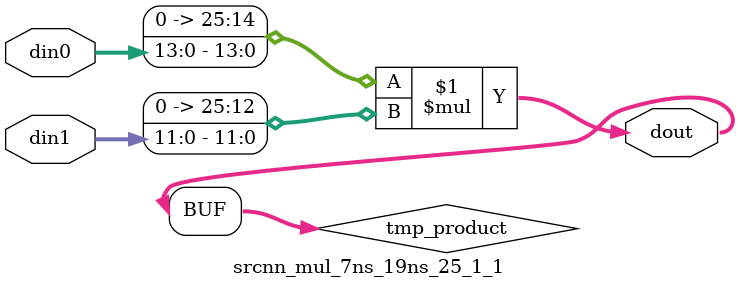
<source format=v>

`timescale 1 ns / 1 ps

  module srcnn_mul_7ns_19ns_25_1_1(din0, din1, dout);
parameter ID = 1;
parameter NUM_STAGE = 0;
parameter din0_WIDTH = 14;
parameter din1_WIDTH = 12;
parameter dout_WIDTH = 26;

input [din0_WIDTH - 1 : 0] din0; 
input [din1_WIDTH - 1 : 0] din1; 
output [dout_WIDTH - 1 : 0] dout;

wire signed [dout_WIDTH - 1 : 0] tmp_product;










assign tmp_product = $signed({1'b0, din0}) * $signed({1'b0, din1});











assign dout = tmp_product;







endmodule

</source>
